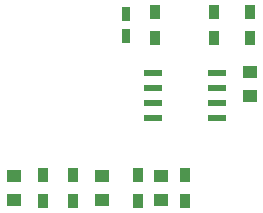
<source format=gtp>
G04 #@! TF.FileFunction,Paste,Top*
%FSLAX46Y46*%
G04 Gerber Fmt 4.6, Leading zero omitted, Abs format (unit mm)*
G04 Created by KiCad (PCBNEW 4.0.4-1.fc24-product) date Tue Jun 12 10:10:46 2018*
%MOMM*%
%LPD*%
G01*
G04 APERTURE LIST*
%ADD10C,0.100000*%
%ADD11R,1.550000X0.600000*%
%ADD12R,1.250000X1.000000*%
%ADD13R,0.750000X1.200000*%
%ADD14R,0.900000X1.200000*%
G04 APERTURE END LIST*
D10*
D11*
X144300000Y-88295000D03*
X144300000Y-89565000D03*
X144300000Y-90835000D03*
X144300000Y-92105000D03*
X149700000Y-92105000D03*
X149700000Y-90835000D03*
X149700000Y-89565000D03*
X149700000Y-88295000D03*
D12*
X132500000Y-97000000D03*
X132500000Y-99000000D03*
X140000000Y-99000000D03*
X140000000Y-97000000D03*
X145000000Y-99000000D03*
X145000000Y-97000000D03*
D13*
X142000000Y-83250000D03*
X142000000Y-85150000D03*
D12*
X152500000Y-90200000D03*
X152500000Y-88200000D03*
D14*
X135000000Y-99100000D03*
X135000000Y-96900000D03*
X137500000Y-99100000D03*
X137500000Y-96900000D03*
X143000000Y-99100000D03*
X143000000Y-96900000D03*
X144500000Y-85300000D03*
X144500000Y-83100000D03*
X149500000Y-85300000D03*
X149500000Y-83100000D03*
X152500000Y-85300000D03*
X152500000Y-83100000D03*
X147000000Y-96900000D03*
X147000000Y-99100000D03*
M02*

</source>
